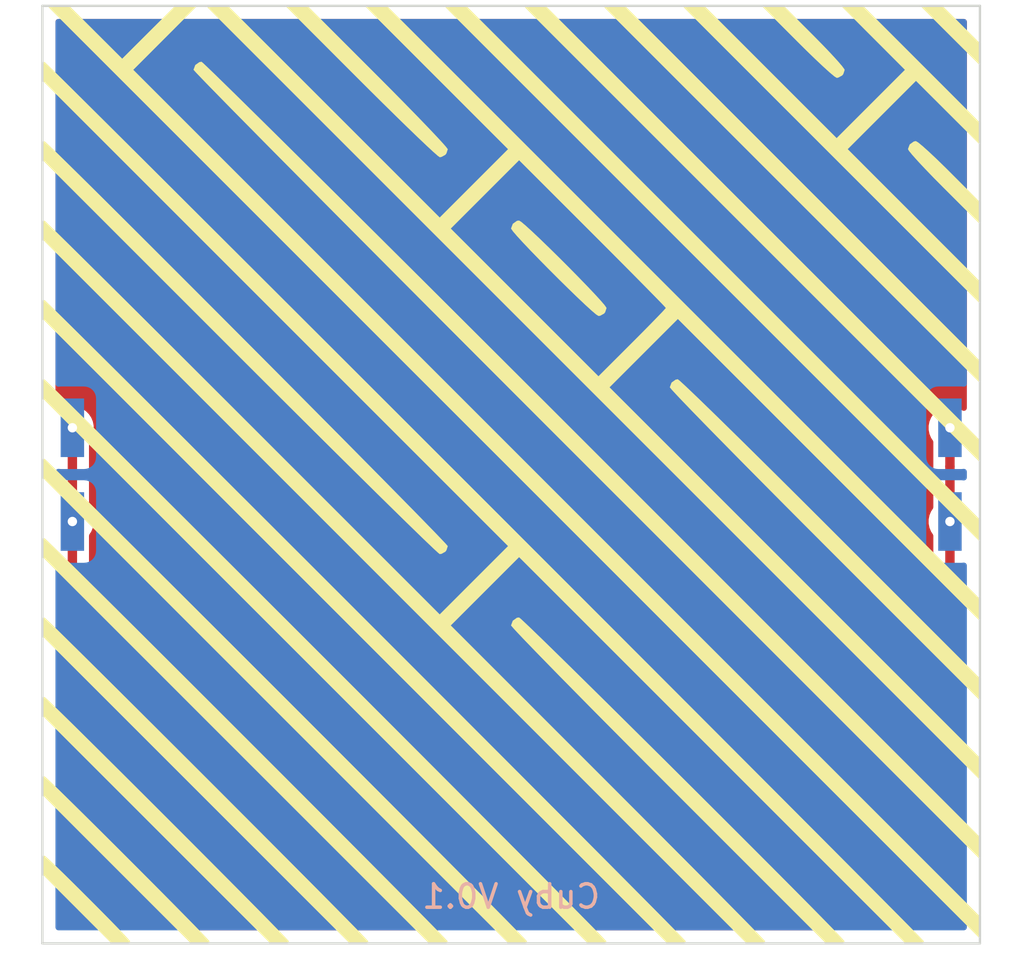
<source format=kicad_pcb>
(kicad_pcb (version 20171130) (host pcbnew "(5.1.4)-1")

  (general
    (thickness 1.6)
    (drawings 5)
    (tracks 12)
    (zones 0)
    (modules 6)
    (nets 2)
  )

  (page A4)
  (layers
    (0 F.Cu signal)
    (31 B.Cu signal)
    (32 B.Adhes user)
    (33 F.Adhes user)
    (34 B.Paste user)
    (35 F.Paste user)
    (36 B.SilkS user)
    (37 F.SilkS user)
    (38 B.Mask user)
    (39 F.Mask user)
    (40 Dwgs.User user)
    (41 Cmts.User user)
    (42 Eco1.User user)
    (43 Eco2.User user)
    (44 Edge.Cuts user)
    (45 Margin user)
    (46 B.CrtYd user)
    (47 F.CrtYd user)
    (48 B.Fab user)
    (49 F.Fab user)
  )

  (setup
    (last_trace_width 0.25)
    (user_trace_width 0.4)
    (trace_clearance 0.2)
    (zone_clearance 0.508)
    (zone_45_only no)
    (trace_min 0.2)
    (via_size 0.8)
    (via_drill 0.4)
    (via_min_size 0.4)
    (via_min_drill 0.3)
    (uvia_size 0.3)
    (uvia_drill 0.1)
    (uvias_allowed no)
    (uvia_min_size 0.2)
    (uvia_min_drill 0.1)
    (edge_width 0.05)
    (segment_width 0.2)
    (pcb_text_width 0.3)
    (pcb_text_size 1.5 1.5)
    (mod_edge_width 0.12)
    (mod_text_size 1 1)
    (mod_text_width 0.15)
    (pad_size 1.524 1.524)
    (pad_drill 0.762)
    (pad_to_mask_clearance 0.051)
    (solder_mask_min_width 0.25)
    (aux_axis_origin 0 0)
    (visible_elements 7FFFFFFF)
    (pcbplotparams
      (layerselection 0x010f0_ffffffff)
      (usegerberextensions false)
      (usegerberattributes false)
      (usegerberadvancedattributes false)
      (creategerberjobfile false)
      (excludeedgelayer true)
      (linewidth 0.100000)
      (plotframeref false)
      (viasonmask false)
      (mode 1)
      (useauxorigin false)
      (hpglpennumber 1)
      (hpglpenspeed 20)
      (hpglpendiameter 15.000000)
      (psnegative false)
      (psa4output false)
      (plotreference true)
      (plotvalue true)
      (plotinvisibletext false)
      (padsonsilk false)
      (subtractmaskfromsilk false)
      (outputformat 1)
      (mirror false)
      (drillshape 0)
      (scaleselection 1)
      (outputdirectory "Gerber/"))
  )

  (net 0 "")
  (net 1 VBUS)

  (net_class Default "This is the default net class."
    (clearance 0.2)
    (trace_width 0.25)
    (via_dia 0.8)
    (via_drill 0.4)
    (uvia_dia 0.3)
    (uvia_drill 0.1)
    (add_net VBUS)
  )

  (module Print:d4 (layer F.Cu) (tedit 0) (tstamp 5D9E2BA9)
    (at 130 80 90)
    (fp_text reference G*** (at 0 0 90) (layer F.SilkS) hide
      (effects (font (size 1.524 1.524) (thickness 0.3)))
    )
    (fp_text value LOGO (at 0.75 0 90) (layer F.SilkS) hide
      (effects (font (size 1.524 1.524) (thickness 0.3)))
    )
    (fp_poly (pts (xy 10.698599 0.073201) (xy 10.82276 0.246978) (xy 10.837333 0.335172) (xy 10.779019 0.429477)
      (xy 10.616177 0.622363) (xy 10.366956 0.895686) (xy 10.049506 1.231305) (xy 9.681974 1.611077)
      (xy 9.282512 2.016862) (xy 8.869267 2.430515) (xy 8.460389 2.833896) (xy 8.074028 3.208862)
      (xy 7.728332 3.53727) (xy 7.441451 3.80098) (xy 7.231534 3.981849) (xy 7.11673 4.061734)
      (xy 7.107045 4.064) (xy 6.934125 4.007769) (xy 6.874933 3.9624) (xy 6.784056 3.798384)
      (xy 6.773333 3.728828) (xy 6.831647 3.634522) (xy 6.994489 3.441637) (xy 7.24371 3.168314)
      (xy 7.561161 2.832695) (xy 7.928692 2.452922) (xy 8.328155 2.047138) (xy 8.741399 1.633485)
      (xy 9.150277 1.230104) (xy 9.536638 0.855138) (xy 9.882334 0.526729) (xy 10.169215 0.263019)
      (xy 10.379132 0.082151) (xy 10.493936 0.002265) (xy 10.503622 0) (xy 10.698599 0.073201)) (layer F.SilkS) (width 0.01))
    (fp_poly (pts (xy -16.423082 -19.969176) (xy -16.278503 -19.938256) (xy -16.256 -19.917095) (xy -16.31358 -19.842244)
      (xy -16.474329 -19.667075) (xy -16.720257 -19.409569) (xy -17.033376 -19.087708) (xy -17.395697 -18.719472)
      (xy -17.789233 -18.322844) (xy -18.195993 -17.915804) (xy -18.597991 -17.516334) (xy -18.977236 -17.142416)
      (xy -19.315741 -16.812031) (xy -19.595518 -16.54316) (xy -19.798576 -16.353784) (xy -19.906929 -16.261886)
      (xy -19.918555 -16.256) (xy -19.955126 -16.331965) (xy -19.977756 -16.525258) (xy -19.981333 -16.659074)
      (xy -19.981333 -17.062148) (xy -18.519951 -18.521741) (xy -17.058569 -19.981333) (xy -16.657284 -19.981333)
      (xy -16.423082 -19.969176)) (layer F.SilkS) (width 0.01))
    (fp_poly (pts (xy -13.036723 -19.969257) (xy -12.891957 -19.938538) (xy -12.869333 -19.917451) (xy -12.92742 -19.846719)
      (xy -13.093109 -19.669832) (xy -13.353543 -19.399645) (xy -13.695866 -19.049014) (xy -14.107221 -18.630794)
      (xy -14.574751 -18.157839) (xy -15.0856 -17.643007) (xy -15.626911 -17.099151) (xy -16.185827 -16.539127)
      (xy -16.749492 -15.975791) (xy -17.305049 -15.421997) (xy -17.839641 -14.890602) (xy -18.340411 -14.394459)
      (xy -18.794504 -13.946426) (xy -19.189061 -13.559356) (xy -19.511227 -13.246105) (xy -19.748145 -13.019529)
      (xy -19.886958 -12.892483) (xy -19.918212 -12.869333) (xy -19.955001 -12.945293) (xy -19.977752 -13.138548)
      (xy -19.981333 -13.271924) (xy -19.981333 -13.674514) (xy -16.827082 -16.827924) (xy -13.672831 -19.981333)
      (xy -13.271082 -19.981333) (xy -13.036723 -19.969257)) (layer F.SilkS) (width 0.01))
    (fp_poly (pts (xy -9.650151 -19.969284) (xy -9.505328 -19.938634) (xy -9.482667 -19.917575) (xy -9.541021 -19.848749)
      (xy -9.709061 -19.671206) (xy -9.97625 -19.395483) (xy -10.332054 -19.032114) (xy -10.765935 -18.591635)
      (xy -11.26736 -18.08458) (xy -11.825792 -17.521485) (xy -12.430696 -16.912885) (xy -13.071536 -16.269314)
      (xy -13.737777 -15.601308) (xy -14.418882 -14.919402) (xy -15.104318 -14.23413) (xy -15.783547 -13.556029)
      (xy -16.446034 -12.895632) (xy -17.081244 -12.263476) (xy -17.678641 -11.670094) (xy -18.22769 -11.126023)
      (xy -18.717855 -10.641797) (xy -19.1386 -10.227951) (xy -19.479391 -9.895021) (xy -19.72969 -9.65354)
      (xy -19.878963 -9.514046) (xy -19.91809 -9.482667) (xy -19.954956 -9.558625) (xy -19.97775 -9.751868)
      (xy -19.981333 -9.88511) (xy -19.981333 -10.287552) (xy -15.133893 -15.134443) (xy -10.286453 -19.981333)
      (xy -9.88456 -19.981333) (xy -9.650151 -19.969284)) (layer F.SilkS) (width 0.01))
    (fp_poly (pts (xy -6.263531 -19.969298) (xy -6.11868 -19.938683) (xy -6.096 -19.917639) (xy -6.154527 -19.849969)
      (xy -6.324014 -19.672068) (xy -6.59532 -19.393077) (xy -6.959305 -19.022135) (xy -7.406828 -18.568384)
      (xy -7.928747 -18.040964) (xy -8.515923 -17.449015) (xy -9.159215 -16.801677) (xy -9.849482 -16.108092)
      (xy -10.577582 -15.377399) (xy -11.334376 -14.61874) (xy -12.110723 -13.841254) (xy -12.897482 -13.054083)
      (xy -13.685511 -12.266366) (xy -14.465672 -11.487244) (xy -15.228822 -10.725858) (xy -15.96582 -9.991348)
      (xy -16.667528 -9.292854) (xy -17.324802 -8.639518) (xy -17.928504 -8.040479) (xy -18.469491 -7.504878)
      (xy -18.938624 -7.041855) (xy -19.326761 -6.660552) (xy -19.624762 -6.370108) (xy -19.823486 -6.179664)
      (xy -19.913792 -6.09836) (xy -19.918027 -6.096) (xy -19.954933 -6.171957) (xy -19.977749 -6.365195)
      (xy -19.981333 -6.498372) (xy -19.981333 -6.900743) (xy -13.44063 -13.441038) (xy -6.899926 -19.981333)
      (xy -6.497963 -19.981333) (xy -6.263531 -19.969298)) (layer F.SilkS) (width 0.01))
    (fp_poly (pts (xy 19.981333 -8.677439) (xy 16.996392 -5.693386) (xy 16.407287 -5.107009) (xy 15.851589 -4.558799)
      (xy 15.341237 -4.06019) (xy 14.888168 -3.622617) (xy 14.504322 -3.257513) (xy 14.201636 -2.976311)
      (xy 13.992049 -2.790445) (xy 13.887498 -2.71135) (xy 13.880659 -2.709333) (xy 13.707464 -2.765579)
      (xy 13.648267 -2.810933) (xy 13.557397 -2.974741) (xy 13.546667 -3.044185) (xy 13.60498 -3.127424)
      (xy 13.772582 -3.318378) (xy 14.03846 -3.605588) (xy 14.391603 -3.977596) (xy 14.821003 -4.422944)
      (xy 15.315647 -4.930172) (xy 15.864525 -5.487824) (xy 16.456626 -6.084439) (xy 16.764 -6.392333)
      (xy 19.981333 -9.608831) (xy 19.981333 -8.677439)) (layer F.SilkS) (width 0.01))
    (fp_poly (pts (xy 14.056439 -19.969307) (xy 14.201309 -19.938713) (xy 14.224 -19.917677) (xy 14.165159 -19.84648)
      (xy 13.994109 -19.664408) (xy 13.719057 -19.379636) (xy 13.348213 -19.00034) (xy 12.889784 -18.534696)
      (xy 12.351979 -17.99088) (xy 11.743006 -17.377069) (xy 11.071074 -16.701438) (xy 10.344391 -15.972163)
      (xy 9.571165 -15.19742) (xy 8.759604 -14.385386) (xy 7.917917 -13.544236) (xy 7.054313 -12.682146)
      (xy 6.176999 -11.807293) (xy 5.294183 -10.927851) (xy 4.414075 -10.051998) (xy 3.544883 -9.18791)
      (xy 2.694814 -8.343761) (xy 1.872078 -7.527729) (xy 1.084882 -6.747989) (xy 0.341435 -6.012718)
      (xy -0.350055 -5.330091) (xy -0.981379 -4.708284) (xy -1.544329 -4.155473) (xy -2.030698 -3.679835)
      (xy -2.432275 -3.289545) (xy -2.740854 -2.99278) (xy -2.948226 -2.797714) (xy -3.046182 -2.712525)
      (xy -3.052389 -2.709333) (xy -3.225863 -2.765593) (xy -3.285067 -2.810933) (xy -3.375929 -2.974574)
      (xy -3.386667 -3.043926) (xy -3.327824 -3.118304) (xy -3.155817 -3.305319) (xy -2.877429 -3.598082)
      (xy -2.499443 -3.989704) (xy -2.028643 -4.473296) (xy -1.471811 -5.041968) (xy -0.835732 -5.688833)
      (xy -0.127187 -6.407001) (xy 0.647039 -7.189583) (xy 1.480164 -8.029689) (xy 2.365405 -8.920432)
      (xy 3.295977 -9.854922) (xy 4.265099 -10.82627) (xy 5.016659 -11.578326) (xy 13.419984 -19.981333)
      (xy 13.821992 -19.981333) (xy 14.056439 -19.969307)) (layer F.SilkS) (width 0.01))
    (fp_poly (pts (xy -2.876892 -19.969307) (xy -2.732024 -19.938713) (xy -2.709333 -19.917677) (xy -2.767984 -19.850806)
      (xy -2.938477 -19.672675) (xy -3.21263 -19.391469) (xy -3.582257 -19.015372) (xy -4.039174 -18.552569)
      (xy -4.575196 -18.011244) (xy -5.182138 -17.399583) (xy -5.851815 -16.725769) (xy -6.576043 -15.997987)
      (xy -7.346637 -15.224422) (xy -8.155413 -14.413258) (xy -8.994185 -13.57268) (xy -9.854769 -12.710873)
      (xy -10.72898 -11.83602) (xy -11.608633 -10.956307) (xy -12.485545 -10.079918) (xy -13.351529 -9.215038)
      (xy -14.198402 -8.369851) (xy -15.017979 -7.552542) (xy -15.802074 -6.771295) (xy -16.542504 -6.034295)
      (xy -17.231083 -5.349726) (xy -17.859627 -4.725774) (xy -18.419951 -4.170622) (xy -18.903871 -3.692455)
      (xy -19.303201 -3.299458) (xy -19.609757 -2.999815) (xy -19.815355 -2.801711) (xy -19.911809 -2.71333)
      (xy -19.917989 -2.709333) (xy -19.954919 -2.78529) (xy -19.977748 -2.978524) (xy -19.981333 -3.111663)
      (xy -19.981333 -3.513992) (xy -11.747338 -11.747663) (xy -3.513343 -19.981333) (xy -3.111338 -19.981333)
      (xy -2.876892 -19.969307)) (layer F.SilkS) (width 0.01))
    (fp_poly (pts (xy 0.509757 -19.969312) (xy 0.654636 -19.938732) (xy 0.677333 -19.917703) (xy 0.618589 -19.851425)
      (xy 0.447342 -19.673132) (xy 0.17107 -19.390299) (xy -0.202752 -19.010405) (xy -0.666646 -18.540925)
      (xy -1.213134 -17.989338) (xy -1.83474 -17.363119) (xy -2.523986 -16.669746) (xy -3.273396 -15.916697)
      (xy -4.075493 -15.111447) (xy -4.922799 -14.261474) (xy -5.807837 -13.374254) (xy -6.723131 -12.457266)
      (xy -7.661202 -11.517985) (xy -8.614575 -10.563889) (xy -9.575772 -9.602455) (xy -10.537316 -8.64116)
      (xy -11.491729 -7.68748) (xy -12.431536 -6.748893) (xy -13.349258 -5.832875) (xy -14.237419 -4.946904)
      (xy -15.088541 -4.098457) (xy -15.895149 -3.29501) (xy -16.649763 -2.54404) (xy -17.344908 -1.853025)
      (xy -17.973106 -1.229442) (xy -18.526881 -0.680767) (xy -18.998755 -0.214478) (xy -19.381251 0.161949)
      (xy -19.666892 0.441037) (xy -19.848201 0.615309) (xy -19.917701 0.677287) (xy -19.917964 0.677333)
      (xy -19.954909 0.601377) (xy -19.977747 0.408145) (xy -19.981333 0.275031) (xy -19.981333 -0.12727)
      (xy -10.054032 -10.054302) (xy -0.126731 -19.981333) (xy 0.275301 -19.981333) (xy 0.509757 -19.969312)) (layer F.SilkS) (width 0.01))
    (fp_poly (pts (xy 3.89641 -19.969316) (xy 4.041297 -19.938746) (xy 4.064 -19.917721) (xy 4.005181 -19.851908)
      (xy 3.833344 -19.673492) (xy 3.555412 -19.389401) (xy 3.178314 -19.00656) (xy 2.708974 -18.531896)
      (xy 2.154319 -17.972334) (xy 1.521275 -17.3348) (xy 0.816768 -16.62622) (xy 0.047724 -15.853521)
      (xy -0.778932 -15.023628) (xy -1.656272 -14.143468) (xy -2.577371 -13.219965) (xy -3.535303 -12.260047)
      (xy -4.523141 -11.270639) (xy -5.53396 -10.258668) (xy -6.560834 -9.231059) (xy -7.596837 -8.194737)
      (xy -8.635042 -7.156631) (xy -9.668523 -6.123664) (xy -10.690355 -5.102764) (xy -11.693611 -4.100855)
      (xy -12.671365 -3.124865) (xy -13.616692 -2.181719) (xy -14.522665 -1.278344) (xy -15.382358 -0.421664)
      (xy -16.188845 0.381393) (xy -16.9352 1.123902) (xy -17.614497 1.798937) (xy -18.219809 2.399572)
      (xy -18.744212 2.918881) (xy -19.180778 3.349937) (xy -19.522583 3.685815) (xy -19.762698 3.91959)
      (xy -19.8942 4.044334) (xy -19.917945 4.064) (xy -19.954902 3.988044) (xy -19.977747 3.794813)
      (xy -19.981333 3.661718) (xy -19.981333 3.259436) (xy -8.360718 -8.360949) (xy 3.259897 -19.981333)
      (xy 3.661948 -19.981333) (xy 3.89641 -19.969316)) (layer F.SilkS) (width 0.01))
    (fp_poly (pts (xy 7.282934 -19.969325) (xy 7.427907 -19.938776) (xy 7.450667 -19.917735) (xy 7.391787 -19.852297)
      (xy 7.219469 -19.673786) (xy 6.940195 -19.388684) (xy 6.560444 -19.003472) (xy 6.0867 -18.524631)
      (xy 5.525442 -17.958643) (xy 4.883152 -17.311988) (xy 4.166312 -16.591148) (xy 3.381403 -15.802605)
      (xy 2.534906 -14.952839) (xy 1.633302 -14.048332) (xy 0.683073 -13.095564) (xy -0.3093 -12.101018)
      (xy -1.337336 -11.071174) (xy -2.394553 -10.012514) (xy -3.474471 -8.931519) (xy -4.570607 -7.83467)
      (xy -5.676481 -6.728449) (xy -6.785611 -5.619336) (xy -7.891517 -4.513812) (xy -8.987716 -3.41836)
      (xy -10.067727 -2.339461) (xy -11.12507 -1.283595) (xy -12.153263 -0.257244) (xy -13.145824 0.733112)
      (xy -14.096272 1.680989) (xy -14.998127 2.579909) (xy -15.844906 3.423388) (xy -16.630129 4.204947)
      (xy -17.347314 4.918103) (xy -17.98998 5.556375) (xy -18.551645 6.113283) (xy -19.025828 6.582345)
      (xy -19.406049 6.95708) (xy -19.685825 7.231006) (xy -19.858676 7.397642) (xy -19.917931 7.450667)
      (xy -19.954905 7.374713) (xy -19.977753 7.181499) (xy -19.981333 7.0486) (xy -19.981333 6.646534)
      (xy -6.667601 -6.6674) (xy 6.646132 -19.981333) (xy 7.048399 -19.981333) (xy 7.282934 -19.969325)) (layer F.SilkS) (width 0.01))
    (fp_poly (pts (xy 19.981333 11.643715) (xy 18.689174 12.933858) (xy 18.302399 13.314226) (xy 17.949675 13.650168)
      (xy 17.65034 13.924146) (xy 17.423729 14.118621) (xy 17.289179 14.216055) (xy 17.266774 14.224)
      (xy 17.094119 14.167783) (xy 17.034933 14.1224) (xy 16.944052 13.958291) (xy 16.933333 13.888684)
      (xy 16.991127 13.794979) (xy 17.153756 13.60029) (xy 17.405087 13.322128) (xy 17.728989 12.978005)
      (xy 18.109331 12.585431) (xy 18.457333 12.234333) (xy 19.981333 10.712097) (xy 19.981333 11.643715)) (layer F.SilkS) (width 0.01))
    (fp_poly (pts (xy -6.234819 0.073191) (xy -6.110492 0.246897) (xy -6.096 0.334628) (xy -6.154477 0.407453)
      (xy -6.323823 0.590569) (xy -6.594909 0.874803) (xy -6.958606 1.250982) (xy -7.405785 1.709933)
      (xy -7.927318 2.242482) (xy -8.514076 2.839456) (xy -9.15693 3.491682) (xy -9.84675 4.189986)
      (xy -10.57441 4.925196) (xy -11.330779 5.688138) (xy -12.106729 6.469639) (xy -12.893131 7.260525)
      (xy -13.680856 8.051623) (xy -14.460776 8.833761) (xy -15.223762 9.597765) (xy -15.960685 10.334461)
      (xy -16.662416 11.034676) (xy -17.319826 11.689238) (xy -17.923788 12.288972) (xy -18.465171 12.824705)
      (xy -18.934847 13.287265) (xy -19.323688 13.667478) (xy -19.622564 13.956171) (xy -19.822347 14.144171)
      (xy -19.913908 14.222303) (xy -19.918027 14.224) (xy -19.954933 14.148043) (xy -19.977749 13.954806)
      (xy -19.981333 13.821633) (xy -19.981333 13.419267) (xy -13.271302 6.709633) (xy -12.38369 5.823221)
      (xy -11.528146 4.97107) (xy -10.712414 4.160775) (xy -9.944238 3.399931) (xy -9.231364 2.696135)
      (xy -8.581534 2.056983) (xy -8.002493 1.490068) (xy -7.501987 1.002988) (xy -7.087759 0.603337)
      (xy -6.767553 0.298712) (xy -6.549113 0.096707) (xy -6.440185 0.004918) (xy -6.430235 0)
      (xy -6.234819 0.073191)) (layer F.SilkS) (width 0.01))
    (fp_poly (pts (xy 10.669727 -19.969368) (xy 10.814624 -19.93893) (xy 10.837333 -19.917992) (xy 10.778545 -19.851715)
      (xy 10.606695 -19.672624) (xy 10.328559 -19.387545) (xy 9.950909 -19.003302) (xy 9.480519 -18.526721)
      (xy 8.924164 -17.964628) (xy 8.288616 -17.323846) (xy 7.580651 -16.611202) (xy 6.807041 -15.83352)
      (xy 5.97456 -14.997626) (xy 5.089983 -14.110344) (xy 4.160083 -13.1785) (xy 3.191633 -12.208918)
      (xy 2.4344 -11.451399) (xy -5.968534 -3.048147) (xy -4.508181 -1.587795) (xy -3.047829 -0.127442)
      (xy 6.879387 -10.054388) (xy 16.806602 -19.981333) (xy 17.208634 -19.981333) (xy 17.44309 -19.969323)
      (xy 17.587969 -19.938772) (xy 17.610667 -19.917762) (xy 17.551654 -19.853128) (xy 17.378302 -19.674422)
      (xy 17.096144 -19.387176) (xy 16.71071 -18.99692) (xy 16.227532 -18.509186) (xy 15.652141 -17.929506)
      (xy 14.99007 -17.26341) (xy 14.246848 -16.516431) (xy 13.428008 -15.6941) (xy 12.539081 -14.801947)
      (xy 11.585598 -13.845506) (xy 10.573092 -12.830306) (xy 9.507092 -11.761879) (xy 8.393132 -10.645758)
      (xy 7.236741 -9.487472) (xy 6.043453 -8.292554) (xy 4.818797 -7.066535) (xy 3.568306 -5.814946)
      (xy 2.29751 -4.543319) (xy 1.011942 -3.257186) (xy -0.282867 -1.962077) (xy -1.581386 -0.663523)
      (xy -2.878083 0.632942) (xy -4.167428 1.921789) (xy -5.443888 3.197486) (xy -6.701932 4.454501)
      (xy -7.936029 5.687303) (xy -9.140647 6.89036) (xy -10.310254 8.058142) (xy -11.439321 9.185117)
      (xy -12.522314 10.265752) (xy -13.553703 11.294518) (xy -14.527955 12.265882) (xy -15.439541 13.174314)
      (xy -16.282928 14.014281) (xy -17.052584 14.780252) (xy -17.742979 15.466696) (xy -18.348581 16.068082)
      (xy -18.863859 16.578878) (xy -19.283281 16.993552) (xy -19.601315 17.306574) (xy -19.812431 17.512412)
      (xy -19.911096 17.605534) (xy -19.917905 17.610667) (xy -19.954896 17.534714) (xy -19.977753 17.341504)
      (xy -19.981333 17.208662) (xy -19.981333 16.806657) (xy -11.747735 8.572734) (xy -3.514136 0.33881)
      (xy -4.974455 -1.121508) (xy -6.434774 -2.581827) (xy -13.144752 4.127753) (xy -14.031279 5.013674)
      (xy -14.884644 5.865376) (xy -15.697194 6.675277) (xy -16.461274 7.435795) (xy -17.169228 8.139346)
      (xy -17.813402 8.778348) (xy -18.386141 9.345218) (xy -18.879791 9.832372) (xy -19.286696 10.232229)
      (xy -19.599201 10.537205) (xy -19.809653 10.739718) (xy -19.910395 10.832184) (xy -19.918032 10.837333)
      (xy -19.954939 10.761378) (xy -19.977753 10.568148) (xy -19.981333 10.435077) (xy -19.981333 10.032821)
      (xy -4.974078 -4.974256) (xy 10.033178 -19.981333) (xy 10.435256 -19.981333) (xy 10.669727 -19.969368)) (layer F.SilkS) (width 0.01))
    (fp_poly (pts (xy 19.965098 17.962107) (xy 19.991197 18.401913) (xy 19.20477 19.191623) (xy 18.418344 19.981333)
      (xy 17.485857 19.981333) (xy 18.712428 18.751817) (xy 19.939 17.5223) (xy 19.965098 17.962107)) (layer F.SilkS) (width 0.01))
    (fp_poly (pts (xy 14.08519 17.006605) (xy 14.20963 17.180932) (xy 14.224 17.268791) (xy 14.166328 17.365369)
      (xy 14.005025 17.560861) (xy 13.757662 17.835925) (xy 13.441808 18.171221) (xy 13.075034 18.547408)
      (xy 12.93184 18.691191) (xy 11.639681 19.981333) (xy 10.712097 19.981333) (xy 12.234333 18.457333)
      (xy 12.653881 18.042315) (xy 13.039553 17.67031) (xy 13.37384 17.357449) (xy 13.63923 17.119864)
      (xy 13.81821 16.973686) (xy 13.888684 16.933333) (xy 14.08519 17.006605)) (layer F.SilkS) (width 0.01))
    (fp_poly (pts (xy 19.965137 7.804094) (xy 19.991273 8.244122) (xy 14.351781 13.8855) (xy 15.811547 15.345267)
      (xy 17.271314 16.805033) (xy 18.626323 15.452009) (xy 19.981333 14.098985) (xy 19.981333 15.02941)
      (xy 17.504304 17.505371) (xy 15.027275 19.981333) (xy 14.098985 19.981333) (xy 15.452009 18.626323)
      (xy 16.805033 17.271314) (xy 15.345267 15.811547) (xy 13.8855 14.351781) (xy 8.254066 19.981333)
      (xy 7.324093 19.981333) (xy 13.631546 13.6727) (xy 19.939 7.364067) (xy 19.965137 7.804094)) (layer F.SilkS) (width 0.01))
    (fp_poly (pts (xy 19.965146 4.417755) (xy 19.991293 4.85802) (xy 12.42999 12.419677) (xy 4.868688 19.981333)
      (xy 3.937336 19.981333) (xy 11.938168 11.979412) (xy 19.939 3.97749) (xy 19.965146 4.417755)) (layer F.SilkS) (width 0.01))
    (fp_poly (pts (xy 19.965147 1.031149) (xy 19.991295 1.471416) (xy 10.736626 10.726374) (xy 1.481956 19.981333)
      (xy 0.55061 19.981333) (xy 10.244805 10.286107) (xy 19.939 0.590882) (xy 19.965147 1.031149)) (layer F.SilkS) (width 0.01))
    (fp_poly (pts (xy 19.965148 -2.355476) (xy 19.991297 -1.915208) (xy 9.043271 9.033063) (xy -1.904755 19.981333)
      (xy -2.836097 19.981333) (xy 8.551451 8.592795) (xy 19.939 -2.795744) (xy 19.965148 -2.355476)) (layer F.SilkS) (width 0.01))
    (fp_poly (pts (xy 3.925157 6.84654) (xy 4.049561 7.020362) (xy 4.064 7.107977) (xy 4.005292 7.184494)
      (xy 3.834365 7.372513) (xy 3.559016 7.664074) (xy 3.187041 8.051221) (xy 2.726238 8.525998)
      (xy 2.184404 9.080446) (xy 1.569334 9.706609) (xy 0.888826 10.396531) (xy 0.150677 11.142253)
      (xy -0.637318 11.935818) (xy -1.46736 12.769271) (xy -2.307376 13.610377) (xy -8.678751 19.981333)
      (xy -9.60926 19.981333) (xy -3.005667 13.377333) (xy -2.125227 12.498008) (xy -1.276874 11.653007)
      (xy -0.468417 10.84999) (xy 0.292335 10.096611) (xy 0.997572 9.40053) (xy 1.639485 8.769402)
      (xy 2.210266 8.210886) (xy 2.702105 7.732639) (xy 3.107192 7.342317) (xy 3.417719 7.047578)
      (xy 3.625877 6.85608) (xy 3.723857 6.775479) (xy 3.729363 6.773333) (xy 3.925157 6.84654)) (layer F.SilkS) (width 0.01))
    (fp_poly (pts (xy 19.965142 -12.515606) (xy 19.991285 -12.075541) (xy 15.478111 -7.561776) (xy 10.964937 -3.04801)
      (xy 13.885199 -0.127748) (xy 19.981333 -6.222118) (xy 19.981333 -5.291454) (xy 7.344727 7.344939)
      (xy -5.291879 19.981333) (xy -6.222582 19.981333) (xy 0.211618 13.546715) (xy 6.645818 7.112098)
      (xy 3.725196 4.191476) (xy -4.170071 12.086405) (xy -12.065338 19.981333) (xy -12.99617 19.981333)
      (xy 3.259716 3.724541) (xy 4.192076 3.724541) (xy 5.629937 5.16427) (xy 6.032822 5.565934)
      (xy 6.395752 5.92444) (xy 6.701809 6.223343) (xy 6.93407 6.4462) (xy 7.075614 6.576568)
      (xy 7.111495 6.604) (xy 7.177971 6.545882) (xy 7.352721 6.378933) (xy 7.624484 6.114263)
      (xy 7.982001 5.762979) (xy 8.414011 5.336189) (xy 8.909253 4.845003) (xy 9.456468 4.300528)
      (xy 10.044395 3.713874) (xy 10.287061 3.471272) (xy 13.418931 0.338544) (xy 11.958716 -1.12167)
      (xy 10.498502 -2.581885) (xy 4.192076 3.724541) (xy 3.259716 3.724541) (xy 19.939 -12.955671)
      (xy 19.965142 -12.515606)) (layer F.SilkS) (width 0.01))
    (fp_poly (pts (xy 17.471819 -13.473471) (xy 17.596214 -13.299734) (xy 17.610667 -13.212152) (xy 17.55155 -13.141921)
      (xy 17.37742 -12.956928) (xy 17.093107 -12.662041) (xy 16.703441 -12.262129) (xy 16.213252 -11.762059)
      (xy 15.627369 -11.1667) (xy 14.950622 -10.48092) (xy 14.187842 -9.709588) (xy 13.343858 -8.857571)
      (xy 12.4235 -7.929738) (xy 11.431599 -6.930957) (xy 10.372984 -5.866096) (xy 9.252484 -4.740024)
      (xy 8.074931 -3.557608) (xy 6.845153 -2.323718) (xy 5.567982 -1.043221) (xy 4.248246 0.279015)
      (xy 2.890775 1.63812) (xy 1.5004 3.029228) (xy 1.079419 3.450248) (xy -15.451829 19.981333)
      (xy -16.38284 19.981333) (xy 0.381 3.217333) (xy 1.790628 1.808154) (xy 3.169731 0.430403)
      (xy 4.513473 -0.911125) (xy 5.817022 -2.211632) (xy 7.075544 -3.466323) (xy 8.284205 -4.670402)
      (xy 9.43817 -5.819073) (xy 10.532608 -6.907538) (xy 11.562683 -7.931003) (xy 12.523562 -8.88467)
      (xy 13.410412 -9.763744) (xy 14.218399 -10.563429) (xy 14.942688 -11.278928) (xy 15.578447 -11.905445)
      (xy 16.120841 -12.438184) (xy 16.565037 -12.872348) (xy 16.906202 -13.203143) (xy 17.139501 -13.42577)
      (xy 17.2601 -13.535435) (xy 17.276153 -13.546667) (xy 17.471819 -13.473471)) (layer F.SilkS) (width 0.01))
    (fp_poly (pts (xy 19.991228 -18.850519) (xy 18.865624 -17.722593) (xy 17.740019 -16.594667) (xy 18.860676 -15.471698)
      (xy 19.981333 -14.34873) (xy 19.981333 -13.421652) (xy 18.626207 -14.774792) (xy 17.271081 -16.127933)
      (xy -0.7837 1.9267) (xy -18.838482 19.981333) (xy -19.769531 19.981333) (xy 0.084734 0.126178)
      (xy 19.939 -19.728977) (xy 19.991228 -18.850519)) (layer F.SilkS) (width 0.01))
  )

  (module Custom:Mounting_Pad_Ground (layer F.Cu) (tedit 5D8279C2) (tstamp 5D9E2517)
    (at 146.75 96.75)
    (path /5D9E2608)
    (fp_text reference H3 (at 0 3.6) (layer F.Fab)
      (effects (font (size 1 1) (thickness 0.15)))
    )
    (fp_text value VBS (at 0 -3.8) (layer F.Fab)
      (effects (font (size 1 1) (thickness 0.15)))
    )
    (pad 1 smd rect (at 0 0) (size 5 5) (layers F.Cu F.Paste F.Mask)
      (net 1 VBUS))
  )

  (module Custom:Mounting_Pad_Ground (layer F.Cu) (tedit 5D8279C2) (tstamp 5D9E2A12)
    (at 113.25 96.75)
    (path /5D9E3422)
    (fp_text reference H1 (at 0 3.6) (layer F.Fab)
      (effects (font (size 1 1) (thickness 0.15)))
    )
    (fp_text value VBS (at 0 -3.8) (layer F.Fab)
      (effects (font (size 1 1) (thickness 0.15)))
    )
    (pad 1 smd rect (at 0 0) (size 5 5) (layers F.Cu F.Paste F.Mask)
      (net 1 VBUS))
  )

  (module Custom:Mounting_Pad_Ground (layer F.Cu) (tedit 5D8279C2) (tstamp 5D9E2435)
    (at 129.99 96.75)
    (path /5D9E2CAE)
    (fp_text reference H2 (at 0 3.6) (layer F.Fab)
      (effects (font (size 1 1) (thickness 0.15)))
    )
    (fp_text value VBS (at 0 -3.8) (layer F.Fab)
      (effects (font (size 1 1) (thickness 0.15)))
    )
    (pad 1 smd rect (at 0 0) (size 5 5) (layers F.Cu F.Paste F.Mask)
      (net 1 VBUS))
  )

  (module Custom:SMD_2.54mm_2pin_Conn (layer B.Cu) (tedit 5D9E2293) (tstamp 5D9E2444)
    (at 113.1 80 90)
    (path /5D9E1E00)
    (fp_text reference J1 (at 0 -4.06 90) (layer B.Fab)
      (effects (font (size 1 1) (thickness 0.15)) (justify mirror))
    )
    (fp_text value Conn_01x02 (at 0 0.5 90) (layer B.Fab)
      (effects (font (size 1 1) (thickness 0.15)) (justify mirror))
    )
    (fp_line (start -2.54 -0.55) (end 2.54 -0.55) (layer B.Fab) (width 0.12))
    (fp_line (start 2.54 -0.55) (end 2.54 -3.09) (layer B.Fab) (width 0.12))
    (fp_line (start 2.54 -3.09) (end -2.54 -3.09) (layer B.Fab) (width 0.12))
    (fp_line (start -2.54 -3.09) (end -2.54 -0.55) (layer B.Fab) (width 0.12))
    (pad 1 smd rect (at -2 -1.82 90) (size 2.5 1) (layers B.Cu B.Paste B.Mask)
      (net 1 VBUS))
    (pad 2 smd rect (at 2 -1.82 90) (size 2.5 1) (layers B.Cu B.Paste B.Mask)
      (net 1 VBUS))
  )

  (module Custom:SMD_2.54mm_2pin_Conn (layer B.Cu) (tedit 5D9E2293) (tstamp 5D9E24C4)
    (at 150.54 80 90)
    (path /5D9E20F1)
    (fp_text reference J2 (at 0 -4.06 90) (layer B.Fab)
      (effects (font (size 1 1) (thickness 0.15)) (justify mirror))
    )
    (fp_text value Conn_01x02 (at 0 0.5 90) (layer B.Fab)
      (effects (font (size 1 1) (thickness 0.15)) (justify mirror))
    )
    (fp_line (start -2.54 -0.55) (end 2.54 -0.55) (layer B.Fab) (width 0.12))
    (fp_line (start 2.54 -0.55) (end 2.54 -3.09) (layer B.Fab) (width 0.12))
    (fp_line (start 2.54 -3.09) (end -2.54 -3.09) (layer B.Fab) (width 0.12))
    (fp_line (start -2.54 -3.09) (end -2.54 -0.55) (layer B.Fab) (width 0.12))
    (pad 1 smd rect (at -2 -1.82 90) (size 2.5 1) (layers B.Cu B.Paste B.Mask)
      (net 1 VBUS))
    (pad 2 smd rect (at 2 -1.82 90) (size 2.5 1) (layers B.Cu B.Paste B.Mask)
      (net 1 VBUS))
  )

  (gr_text "Cuby V0.1" (at 130 98) (layer B.SilkS)
    (effects (font (size 1 1) (thickness 0.15)) (justify mirror))
  )
  (gr_line (start 110 100) (end 110 60) (layer Edge.Cuts) (width 0.1) (tstamp 5D9E2374))
  (gr_line (start 150 100) (end 110 100) (layer Edge.Cuts) (width 0.1))
  (gr_line (start 150 60) (end 150 100) (layer Edge.Cuts) (width 0.1))
  (gr_line (start 110 60) (end 150 60) (layer Edge.Cuts) (width 0.1))

  (via (at 148.72 78) (size 0.8) (drill 0.4) (layers F.Cu B.Cu) (net 1))
  (via (at 148.72 82) (size 0.8) (drill 0.4) (layers F.Cu B.Cu) (net 1))
  (via (at 111.28 82) (size 0.8) (drill 0.4) (layers F.Cu B.Cu) (net 1))
  (via (at 111.28 78) (size 0.8) (drill 0.4) (layers F.Cu B.Cu) (net 1))
  (segment (start 148.72 79.65) (end 148.72 82) (width 0.4) (layer F.Cu) (net 1))
  (segment (start 148.72 78) (end 148.72 79.65) (width 0.4) (layer F.Cu) (net 1))
  (segment (start 148.72 94.78) (end 146.75 96.75) (width 0.4) (layer F.Cu) (net 1))
  (segment (start 148.72 82) (end 148.72 94.78) (width 0.4) (layer F.Cu) (net 1))
  (segment (start 111.28 78) (end 111.28 82) (width 0.4) (layer F.Cu) (net 1))
  (segment (start 111.28 94.78) (end 113.25 96.75) (width 0.4) (layer F.Cu) (net 1))
  (segment (start 111.28 82) (end 111.28 94.78) (width 0.4) (layer F.Cu) (net 1))
  (segment (start 113.25 96.75) (end 146.75 96.75) (width 0.4) (layer F.Cu) (net 1))

  (zone (net 0) (net_name "") (layer F.Cu) (tstamp 5D9F5B95) (hatch edge 0.508)
    (connect_pads (clearance 0.508))
    (min_thickness 0.254)
    (fill yes (arc_segments 32) (thermal_gap 0.508) (thermal_bridge_width 0.508))
    (polygon
      (pts
        (xy 109.75 59.75) (xy 150.25 59.75) (xy 150.25 100.25) (xy 109.75 100.25)
      )
    )
    (filled_polygon
      (pts
        (xy 126.851928 99.25) (xy 126.85833 99.315) (xy 116.38167 99.315) (xy 116.388072 99.25) (xy 116.388072 97.585)
        (xy 126.851928 97.585)
      )
    )
    (filled_polygon
      (pts
        (xy 143.611928 99.25) (xy 143.61833 99.315) (xy 133.12167 99.315) (xy 133.128072 99.25) (xy 133.128072 97.585)
        (xy 143.611928 97.585)
      )
    )
    (filled_polygon
      (pts
        (xy 149.315 77.152783) (xy 149.210256 77.082795) (xy 149.021898 77.004774) (xy 148.821939 76.965) (xy 148.618061 76.965)
        (xy 148.418102 77.004774) (xy 148.229744 77.082795) (xy 148.060226 77.196063) (xy 147.916063 77.340226) (xy 147.802795 77.509744)
        (xy 147.724774 77.698102) (xy 147.685 77.898061) (xy 147.685 78.101939) (xy 147.724774 78.301898) (xy 147.802795 78.490256)
        (xy 147.885 78.613285) (xy 147.885001 79.608972) (xy 147.885 79.608982) (xy 147.885001 81.386714) (xy 147.802795 81.509744)
        (xy 147.724774 81.698102) (xy 147.685 81.898061) (xy 147.685 82.101939) (xy 147.724774 82.301898) (xy 147.802795 82.490256)
        (xy 147.885 82.613285) (xy 147.885001 93.611928) (xy 144.25 93.611928) (xy 144.125518 93.624188) (xy 144.00582 93.660498)
        (xy 143.895506 93.719463) (xy 143.798815 93.798815) (xy 143.719463 93.895506) (xy 143.660498 94.00582) (xy 143.624188 94.125518)
        (xy 143.611928 94.25) (xy 143.611928 95.915) (xy 133.128072 95.915) (xy 133.128072 94.25) (xy 133.115812 94.125518)
        (xy 133.079502 94.00582) (xy 133.020537 93.895506) (xy 132.941185 93.798815) (xy 132.844494 93.719463) (xy 132.73418 93.660498)
        (xy 132.614482 93.624188) (xy 132.49 93.611928) (xy 127.49 93.611928) (xy 127.365518 93.624188) (xy 127.24582 93.660498)
        (xy 127.135506 93.719463) (xy 127.038815 93.798815) (xy 126.959463 93.895506) (xy 126.900498 94.00582) (xy 126.864188 94.125518)
        (xy 126.851928 94.25) (xy 126.851928 95.915) (xy 116.388072 95.915) (xy 116.388072 94.25) (xy 116.375812 94.125518)
        (xy 116.339502 94.00582) (xy 116.280537 93.895506) (xy 116.201185 93.798815) (xy 116.104494 93.719463) (xy 115.99418 93.660498)
        (xy 115.874482 93.624188) (xy 115.75 93.611928) (xy 112.115 93.611928) (xy 112.115 82.613285) (xy 112.197205 82.490256)
        (xy 112.275226 82.301898) (xy 112.315 82.101939) (xy 112.315 81.898061) (xy 112.275226 81.698102) (xy 112.197205 81.509744)
        (xy 112.115 81.386715) (xy 112.115 78.613285) (xy 112.197205 78.490256) (xy 112.275226 78.301898) (xy 112.315 78.101939)
        (xy 112.315 77.898061) (xy 112.275226 77.698102) (xy 112.197205 77.509744) (xy 112.083937 77.340226) (xy 111.939774 77.196063)
        (xy 111.770256 77.082795) (xy 111.581898 77.004774) (xy 111.381939 76.965) (xy 111.178061 76.965) (xy 110.978102 77.004774)
        (xy 110.789744 77.082795) (xy 110.685 77.152783) (xy 110.685 60.685) (xy 149.315 60.685)
      )
    )
  )
  (zone (net 0) (net_name "") (layer B.Cu) (tstamp 5D9F5B92) (hatch edge 0.508)
    (connect_pads (clearance 0.508))
    (min_thickness 0.254)
    (fill yes (arc_segments 32) (thermal_gap 0.508) (thermal_bridge_width 0.508))
    (polygon
      (pts
        (xy 109.75 59.75) (xy 150.25 59.75) (xy 150.25 100.25) (xy 109.75 100.25)
      )
    )
    (filled_polygon
      (pts
        (xy 149.315 76.121284) (xy 149.22 76.111928) (xy 148.22 76.111928) (xy 148.095518 76.124188) (xy 147.97582 76.160498)
        (xy 147.865506 76.219463) (xy 147.768815 76.298815) (xy 147.689463 76.395506) (xy 147.630498 76.50582) (xy 147.594188 76.625518)
        (xy 147.581928 76.75) (xy 147.581928 79.25) (xy 147.594188 79.374482) (xy 147.630498 79.49418) (xy 147.689463 79.604494)
        (xy 147.768815 79.701185) (xy 147.865506 79.780537) (xy 147.97582 79.839502) (xy 148.095518 79.875812) (xy 148.22 79.888072)
        (xy 149.22 79.888072) (xy 149.315 79.878716) (xy 149.315001 80.121284) (xy 149.22 80.111928) (xy 148.22 80.111928)
        (xy 148.095518 80.124188) (xy 147.97582 80.160498) (xy 147.865506 80.219463) (xy 147.768815 80.298815) (xy 147.689463 80.395506)
        (xy 147.630498 80.50582) (xy 147.594188 80.625518) (xy 147.581928 80.75) (xy 147.581928 83.25) (xy 147.594188 83.374482)
        (xy 147.630498 83.49418) (xy 147.689463 83.604494) (xy 147.768815 83.701185) (xy 147.865506 83.780537) (xy 147.97582 83.839502)
        (xy 148.095518 83.875812) (xy 148.22 83.888072) (xy 149.22 83.888072) (xy 149.315001 83.878716) (xy 149.315001 99.315)
        (xy 110.685 99.315) (xy 110.685 83.878716) (xy 110.78 83.888072) (xy 111.78 83.888072) (xy 111.904482 83.875812)
        (xy 112.02418 83.839502) (xy 112.134494 83.780537) (xy 112.231185 83.701185) (xy 112.310537 83.604494) (xy 112.369502 83.49418)
        (xy 112.405812 83.374482) (xy 112.418072 83.25) (xy 112.418072 80.75) (xy 112.405812 80.625518) (xy 112.369502 80.50582)
        (xy 112.310537 80.395506) (xy 112.231185 80.298815) (xy 112.134494 80.219463) (xy 112.02418 80.160498) (xy 111.904482 80.124188)
        (xy 111.78 80.111928) (xy 110.78 80.111928) (xy 110.685 80.121284) (xy 110.685 79.878716) (xy 110.78 79.888072)
        (xy 111.78 79.888072) (xy 111.904482 79.875812) (xy 112.02418 79.839502) (xy 112.134494 79.780537) (xy 112.231185 79.701185)
        (xy 112.310537 79.604494) (xy 112.369502 79.49418) (xy 112.405812 79.374482) (xy 112.418072 79.25) (xy 112.418072 76.75)
        (xy 112.405812 76.625518) (xy 112.369502 76.50582) (xy 112.310537 76.395506) (xy 112.231185 76.298815) (xy 112.134494 76.219463)
        (xy 112.02418 76.160498) (xy 111.904482 76.124188) (xy 111.78 76.111928) (xy 110.78 76.111928) (xy 110.685 76.121284)
        (xy 110.685 60.685) (xy 149.315 60.685)
      )
    )
  )
)

</source>
